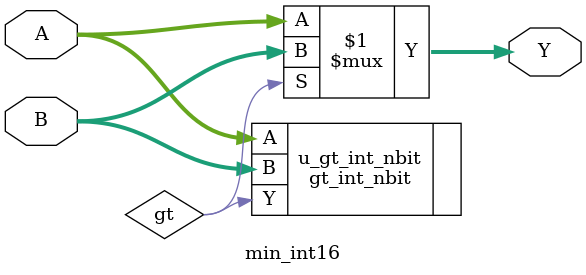
<source format=v>

module min_int16 #(
    parameter WIDTH = 16
)(
    input [WIDTH-1:0] A,
    input [WIDTH-1:0] B,
    output [WIDTH-1:0] Y,
);

    wire gt;
    gt_int_nbit #(
        .WIDTH(WIDTH)
    ) u_gt_int_nbit (
        .A(A),
        .B(B),
        .Y(gt)
    );

    assign Y = gt ? B : A;

endmodule

</source>
